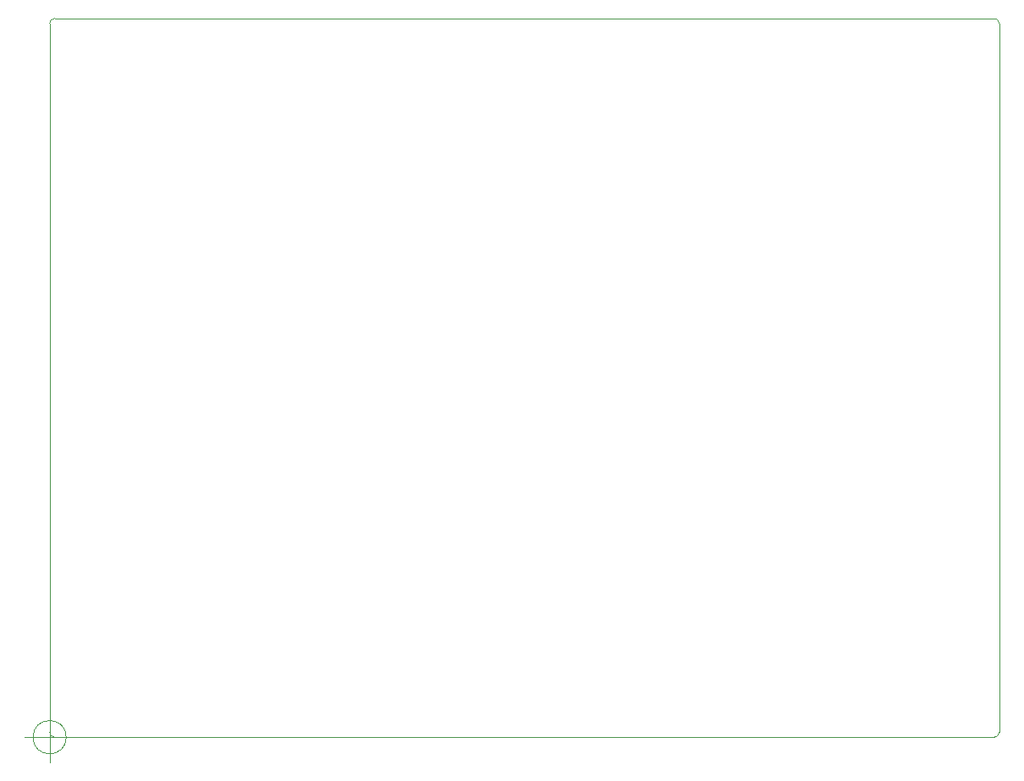
<source format=gm1>
%TF.GenerationSoftware,KiCad,Pcbnew,(5.1.9)-1*%
%TF.CreationDate,2021-03-23T20:02:45+09:00*%
%TF.ProjectId,IO,494f2e6b-6963-4616-945f-706362585858,rev?*%
%TF.SameCoordinates,Original*%
%TF.FileFunction,Profile,NP*%
%FSLAX46Y46*%
G04 Gerber Fmt 4.6, Leading zero omitted, Abs format (unit mm)*
G04 Created by KiCad (PCBNEW (5.1.9)-1) date 2021-03-23 20:02:45*
%MOMM*%
%LPD*%
G01*
G04 APERTURE LIST*
%TA.AperFunction,Profile*%
%ADD10C,0.050000*%
%TD*%
G04 APERTURE END LIST*
D10*
X158500000Y-113800000D02*
X158500000Y-111300000D01*
X155500000Y-114300000D02*
X158000000Y-114300000D01*
X158500000Y-113800000D02*
G75*
G02*
X158000000Y-114300000I-500000J0D01*
G01*
X158500000Y-42800000D02*
X158500000Y-45300000D01*
X155500000Y-42300000D02*
X158000000Y-42300000D01*
X158000000Y-42300000D02*
G75*
G02*
X158500000Y-42800000I0J-500000D01*
G01*
X63500000Y-42800000D02*
X63500000Y-45300000D01*
X66500000Y-42300000D02*
X64000000Y-42300000D01*
X63500000Y-42800000D02*
G75*
G02*
X64000000Y-42300000I500000J0D01*
G01*
X64000000Y-114300000D02*
X66500000Y-114300000D01*
X63500000Y-111300000D02*
X63500000Y-113800000D01*
X64000000Y-114300000D02*
G75*
G02*
X63500000Y-113800000I0J500000D01*
G01*
X66500000Y-42300000D02*
X155500000Y-42300000D01*
X63500000Y-111300000D02*
X63500000Y-45300000D01*
X155500000Y-114300000D02*
X66500000Y-114300000D01*
X158500000Y-45300000D02*
X158500000Y-111300000D01*
X65166666Y-114300000D02*
G75*
G03*
X65166666Y-114300000I-1666666J0D01*
G01*
X61000000Y-114300000D02*
X66000000Y-114300000D01*
X63500000Y-111800000D02*
X63500000Y-116800000D01*
M02*

</source>
